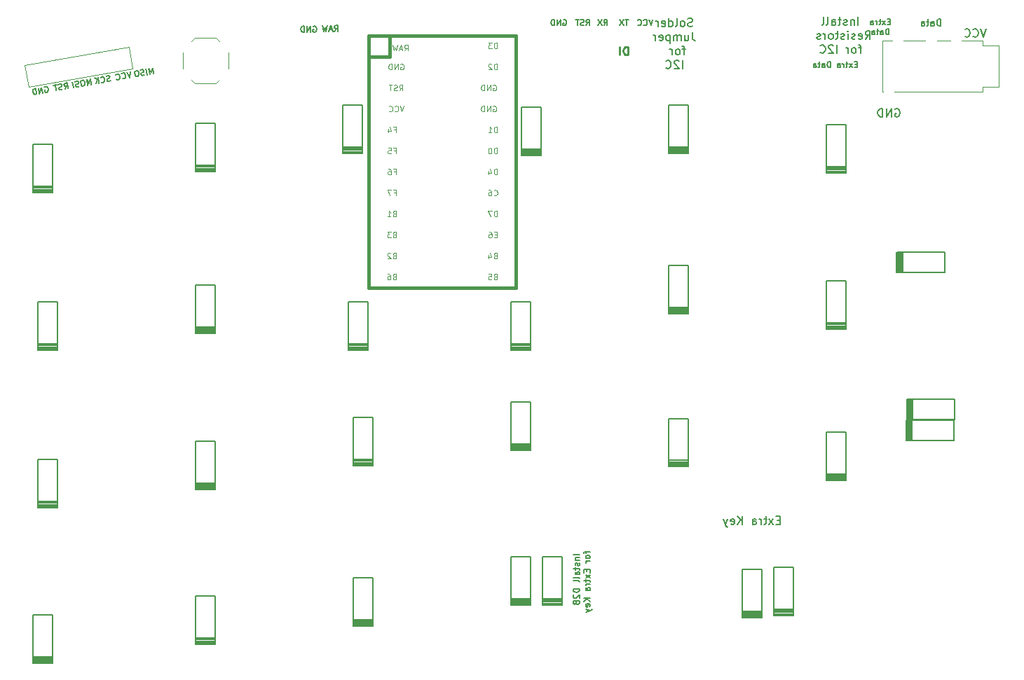
<source format=gbr>
G04 #@! TF.GenerationSoftware,KiCad,Pcbnew,(5.0.0)*
G04 #@! TF.CreationDate,2018-10-09T09:10:51-06:00*
G04 #@! TF.ProjectId,ErgoTravel,4572676F54726176656C2E6B69636164,rev?*
G04 #@! TF.SameCoordinates,Original*
G04 #@! TF.FileFunction,Legend,Bot*
G04 #@! TF.FilePolarity,Positive*
%FSLAX46Y46*%
G04 Gerber Fmt 4.6, Leading zero omitted, Abs format (unit mm)*
G04 Created by KiCad (PCBNEW (5.0.0)) date 10/09/18 09:10:51*
%MOMM*%
%LPD*%
G01*
G04 APERTURE LIST*
%ADD10C,0.150000*%
%ADD11C,0.200000*%
%ADD12C,0.250000*%
%ADD13C,0.120000*%
%ADD14C,0.381000*%
%ADD15C,0.100000*%
G04 APERTURE END LIST*
D10*
X128593333Y-48266666D02*
X128826666Y-47933333D01*
X128993333Y-48266666D02*
X128993333Y-47566666D01*
X128726666Y-47566666D01*
X128660000Y-47600000D01*
X128626666Y-47633333D01*
X128593333Y-47700000D01*
X128593333Y-47800000D01*
X128626666Y-47866666D01*
X128660000Y-47900000D01*
X128726666Y-47933333D01*
X128993333Y-47933333D01*
X128326666Y-48066666D02*
X127993333Y-48066666D01*
X128393333Y-48266666D02*
X128160000Y-47566666D01*
X127926666Y-48266666D01*
X127760000Y-47566666D02*
X127593333Y-48266666D01*
X127460000Y-47766666D01*
X127326666Y-48266666D01*
X127160000Y-47566666D01*
X126033333Y-47690000D02*
X126100000Y-47656666D01*
X126200000Y-47656666D01*
X126300000Y-47690000D01*
X126366666Y-47756666D01*
X126400000Y-47823333D01*
X126433333Y-47956666D01*
X126433333Y-48056666D01*
X126400000Y-48190000D01*
X126366666Y-48256666D01*
X126300000Y-48323333D01*
X126200000Y-48356666D01*
X126133333Y-48356666D01*
X126033333Y-48323333D01*
X126000000Y-48290000D01*
X126000000Y-48056666D01*
X126133333Y-48056666D01*
X125700000Y-48356666D02*
X125700000Y-47656666D01*
X125300000Y-48356666D01*
X125300000Y-47656666D01*
X124966666Y-48356666D02*
X124966666Y-47656666D01*
X124800000Y-47656666D01*
X124700000Y-47690000D01*
X124633333Y-47756666D01*
X124600000Y-47823333D01*
X124566666Y-47956666D01*
X124566666Y-48056666D01*
X124600000Y-48190000D01*
X124633333Y-48256666D01*
X124700000Y-48323333D01*
X124800000Y-48356666D01*
X124966666Y-48356666D01*
X158197785Y-111558000D02*
X157447785Y-111558000D01*
X157697785Y-111915142D02*
X158197785Y-111915142D01*
X157769214Y-111915142D02*
X157733500Y-111950857D01*
X157697785Y-112022285D01*
X157697785Y-112129428D01*
X157733500Y-112200857D01*
X157804928Y-112236571D01*
X158197785Y-112236571D01*
X158162071Y-112558000D02*
X158197785Y-112629428D01*
X158197785Y-112772285D01*
X158162071Y-112843714D01*
X158090642Y-112879428D01*
X158054928Y-112879428D01*
X157983500Y-112843714D01*
X157947785Y-112772285D01*
X157947785Y-112665142D01*
X157912071Y-112593714D01*
X157840642Y-112558000D01*
X157804928Y-112558000D01*
X157733500Y-112593714D01*
X157697785Y-112665142D01*
X157697785Y-112772285D01*
X157733500Y-112843714D01*
X157697785Y-113093714D02*
X157697785Y-113379428D01*
X157447785Y-113200857D02*
X158090642Y-113200857D01*
X158162071Y-113236571D01*
X158197785Y-113308000D01*
X158197785Y-113379428D01*
X158197785Y-113950857D02*
X157804928Y-113950857D01*
X157733500Y-113915142D01*
X157697785Y-113843714D01*
X157697785Y-113700857D01*
X157733500Y-113629428D01*
X158162071Y-113950857D02*
X158197785Y-113879428D01*
X158197785Y-113700857D01*
X158162071Y-113629428D01*
X158090642Y-113593714D01*
X158019214Y-113593714D01*
X157947785Y-113629428D01*
X157912071Y-113700857D01*
X157912071Y-113879428D01*
X157876357Y-113950857D01*
X158197785Y-114415142D02*
X158162071Y-114343714D01*
X158090642Y-114308000D01*
X157447785Y-114308000D01*
X158197785Y-114808000D02*
X158162071Y-114736571D01*
X158090642Y-114700857D01*
X157447785Y-114700857D01*
X158197785Y-115665142D02*
X157447785Y-115665142D01*
X157447785Y-115843714D01*
X157483500Y-115950857D01*
X157554928Y-116022285D01*
X157626357Y-116058000D01*
X157769214Y-116093714D01*
X157876357Y-116093714D01*
X158019214Y-116058000D01*
X158090642Y-116022285D01*
X158162071Y-115950857D01*
X158197785Y-115843714D01*
X158197785Y-115665142D01*
X157519214Y-116379428D02*
X157483500Y-116415142D01*
X157447785Y-116486571D01*
X157447785Y-116665142D01*
X157483500Y-116736571D01*
X157519214Y-116772285D01*
X157590642Y-116808000D01*
X157662071Y-116808000D01*
X157769214Y-116772285D01*
X158197785Y-116343714D01*
X158197785Y-116808000D01*
X157769214Y-117236571D02*
X157733500Y-117165142D01*
X157697785Y-117129428D01*
X157626357Y-117093714D01*
X157590642Y-117093714D01*
X157519214Y-117129428D01*
X157483500Y-117165142D01*
X157447785Y-117236571D01*
X157447785Y-117379428D01*
X157483500Y-117450857D01*
X157519214Y-117486571D01*
X157590642Y-117522285D01*
X157626357Y-117522285D01*
X157697785Y-117486571D01*
X157733500Y-117450857D01*
X157769214Y-117379428D01*
X157769214Y-117236571D01*
X157804928Y-117165142D01*
X157840642Y-117129428D01*
X157912071Y-117093714D01*
X158054928Y-117093714D01*
X158126357Y-117129428D01*
X158162071Y-117165142D01*
X158197785Y-117236571D01*
X158197785Y-117379428D01*
X158162071Y-117450857D01*
X158126357Y-117486571D01*
X158054928Y-117522285D01*
X157912071Y-117522285D01*
X157840642Y-117486571D01*
X157804928Y-117450857D01*
X157769214Y-117379428D01*
X158972785Y-111111571D02*
X158972785Y-111397285D01*
X159472785Y-111218714D02*
X158829928Y-111218714D01*
X158758500Y-111254428D01*
X158722785Y-111325857D01*
X158722785Y-111397285D01*
X159472785Y-111754428D02*
X159437071Y-111683000D01*
X159401357Y-111647285D01*
X159329928Y-111611571D01*
X159115642Y-111611571D01*
X159044214Y-111647285D01*
X159008500Y-111683000D01*
X158972785Y-111754428D01*
X158972785Y-111861571D01*
X159008500Y-111933000D01*
X159044214Y-111968714D01*
X159115642Y-112004428D01*
X159329928Y-112004428D01*
X159401357Y-111968714D01*
X159437071Y-111933000D01*
X159472785Y-111861571D01*
X159472785Y-111754428D01*
X159472785Y-112325857D02*
X158972785Y-112325857D01*
X159115642Y-112325857D02*
X159044214Y-112361571D01*
X159008500Y-112397285D01*
X158972785Y-112468714D01*
X158972785Y-112540142D01*
X159079928Y-113361571D02*
X159079928Y-113611571D01*
X159472785Y-113718714D02*
X159472785Y-113361571D01*
X158722785Y-113361571D01*
X158722785Y-113718714D01*
X159472785Y-113968714D02*
X158972785Y-114361571D01*
X158972785Y-113968714D02*
X159472785Y-114361571D01*
X158972785Y-114540142D02*
X158972785Y-114825857D01*
X158722785Y-114647285D02*
X159365642Y-114647285D01*
X159437071Y-114683000D01*
X159472785Y-114754428D01*
X159472785Y-114825857D01*
X159472785Y-115075857D02*
X158972785Y-115075857D01*
X159115642Y-115075857D02*
X159044214Y-115111571D01*
X159008500Y-115147285D01*
X158972785Y-115218714D01*
X158972785Y-115290142D01*
X159472785Y-115861571D02*
X159079928Y-115861571D01*
X159008500Y-115825857D01*
X158972785Y-115754428D01*
X158972785Y-115611571D01*
X159008500Y-115540142D01*
X159437071Y-115861571D02*
X159472785Y-115790142D01*
X159472785Y-115611571D01*
X159437071Y-115540142D01*
X159365642Y-115504428D01*
X159294214Y-115504428D01*
X159222785Y-115540142D01*
X159187071Y-115611571D01*
X159187071Y-115790142D01*
X159151357Y-115861571D01*
X159472785Y-116790142D02*
X158722785Y-116790142D01*
X159472785Y-117218714D02*
X159044214Y-116897285D01*
X158722785Y-117218714D02*
X159151357Y-116790142D01*
X159437071Y-117825857D02*
X159472785Y-117754428D01*
X159472785Y-117611571D01*
X159437071Y-117540142D01*
X159365642Y-117504428D01*
X159079928Y-117504428D01*
X159008500Y-117540142D01*
X158972785Y-117611571D01*
X158972785Y-117754428D01*
X159008500Y-117825857D01*
X159079928Y-117861571D01*
X159151357Y-117861571D01*
X159222785Y-117504428D01*
X158972785Y-118111571D02*
X159472785Y-118290142D01*
X158972785Y-118468714D02*
X159472785Y-118290142D01*
X159651357Y-118218714D01*
X159687071Y-118183000D01*
X159722785Y-118111571D01*
D11*
X182427142Y-107370571D02*
X182093809Y-107370571D01*
X181950952Y-107894380D02*
X182427142Y-107894380D01*
X182427142Y-106894380D01*
X181950952Y-106894380D01*
X181617619Y-107894380D02*
X181093809Y-107227714D01*
X181617619Y-107227714D02*
X181093809Y-107894380D01*
X180855714Y-107227714D02*
X180474761Y-107227714D01*
X180712857Y-106894380D02*
X180712857Y-107751523D01*
X180665238Y-107846761D01*
X180570000Y-107894380D01*
X180474761Y-107894380D01*
X180141428Y-107894380D02*
X180141428Y-107227714D01*
X180141428Y-107418190D02*
X180093809Y-107322952D01*
X180046190Y-107275333D01*
X179950952Y-107227714D01*
X179855714Y-107227714D01*
X179093809Y-107894380D02*
X179093809Y-107370571D01*
X179141428Y-107275333D01*
X179236666Y-107227714D01*
X179427142Y-107227714D01*
X179522380Y-107275333D01*
X179093809Y-107846761D02*
X179189047Y-107894380D01*
X179427142Y-107894380D01*
X179522380Y-107846761D01*
X179570000Y-107751523D01*
X179570000Y-107656285D01*
X179522380Y-107561047D01*
X179427142Y-107513428D01*
X179189047Y-107513428D01*
X179093809Y-107465809D01*
X177855714Y-107894380D02*
X177855714Y-106894380D01*
X177284285Y-107894380D02*
X177712857Y-107322952D01*
X177284285Y-106894380D02*
X177855714Y-107465809D01*
X176474761Y-107846761D02*
X176570000Y-107894380D01*
X176760476Y-107894380D01*
X176855714Y-107846761D01*
X176903333Y-107751523D01*
X176903333Y-107370571D01*
X176855714Y-107275333D01*
X176760476Y-107227714D01*
X176570000Y-107227714D01*
X176474761Y-107275333D01*
X176427142Y-107370571D01*
X176427142Y-107465809D01*
X176903333Y-107561047D01*
X176093809Y-107227714D02*
X175855714Y-107894380D01*
X175617619Y-107227714D02*
X175855714Y-107894380D01*
X175950952Y-108132476D01*
X175998571Y-108180095D01*
X176093809Y-108227714D01*
D10*
X195730666Y-47102000D02*
X195497333Y-47102000D01*
X195397333Y-47468666D02*
X195730666Y-47468666D01*
X195730666Y-46768666D01*
X195397333Y-46768666D01*
X195164000Y-47468666D02*
X194797333Y-47002000D01*
X195164000Y-47002000D02*
X194797333Y-47468666D01*
X194630666Y-47002000D02*
X194364000Y-47002000D01*
X194530666Y-46768666D02*
X194530666Y-47368666D01*
X194497333Y-47435333D01*
X194430666Y-47468666D01*
X194364000Y-47468666D01*
X194130666Y-47468666D02*
X194130666Y-47002000D01*
X194130666Y-47135333D02*
X194097333Y-47068666D01*
X194064000Y-47035333D01*
X193997333Y-47002000D01*
X193930666Y-47002000D01*
X193397333Y-47468666D02*
X193397333Y-47102000D01*
X193430666Y-47035333D01*
X193497333Y-47002000D01*
X193630666Y-47002000D01*
X193697333Y-47035333D01*
X193397333Y-47435333D02*
X193464000Y-47468666D01*
X193630666Y-47468666D01*
X193697333Y-47435333D01*
X193730666Y-47368666D01*
X193730666Y-47302000D01*
X193697333Y-47235333D01*
X193630666Y-47202000D01*
X193464000Y-47202000D01*
X193397333Y-47168666D01*
X195580666Y-48668666D02*
X195580666Y-47968666D01*
X195414000Y-47968666D01*
X195314000Y-48002000D01*
X195247333Y-48068666D01*
X195214000Y-48135333D01*
X195180666Y-48268666D01*
X195180666Y-48368666D01*
X195214000Y-48502000D01*
X195247333Y-48568666D01*
X195314000Y-48635333D01*
X195414000Y-48668666D01*
X195580666Y-48668666D01*
X194580666Y-48668666D02*
X194580666Y-48302000D01*
X194614000Y-48235333D01*
X194680666Y-48202000D01*
X194814000Y-48202000D01*
X194880666Y-48235333D01*
X194580666Y-48635333D02*
X194647333Y-48668666D01*
X194814000Y-48668666D01*
X194880666Y-48635333D01*
X194914000Y-48568666D01*
X194914000Y-48502000D01*
X194880666Y-48435333D01*
X194814000Y-48402000D01*
X194647333Y-48402000D01*
X194580666Y-48368666D01*
X194347333Y-48202000D02*
X194080666Y-48202000D01*
X194247333Y-47968666D02*
X194247333Y-48568666D01*
X194214000Y-48635333D01*
X194147333Y-48668666D01*
X194080666Y-48668666D01*
X193547333Y-48668666D02*
X193547333Y-48302000D01*
X193580666Y-48235333D01*
X193647333Y-48202000D01*
X193780666Y-48202000D01*
X193847333Y-48235333D01*
X193547333Y-48635333D02*
X193614000Y-48668666D01*
X193780666Y-48668666D01*
X193847333Y-48635333D01*
X193880666Y-48568666D01*
X193880666Y-48502000D01*
X193847333Y-48435333D01*
X193780666Y-48402000D01*
X193614000Y-48402000D01*
X193547333Y-48368666D01*
X201821904Y-47605904D02*
X201821904Y-46805904D01*
X201631428Y-46805904D01*
X201517142Y-46844000D01*
X201440952Y-46920190D01*
X201402857Y-46996380D01*
X201364761Y-47148761D01*
X201364761Y-47263047D01*
X201402857Y-47415428D01*
X201440952Y-47491619D01*
X201517142Y-47567809D01*
X201631428Y-47605904D01*
X201821904Y-47605904D01*
X200679047Y-47605904D02*
X200679047Y-47186857D01*
X200717142Y-47110666D01*
X200793333Y-47072571D01*
X200945714Y-47072571D01*
X201021904Y-47110666D01*
X200679047Y-47567809D02*
X200755238Y-47605904D01*
X200945714Y-47605904D01*
X201021904Y-47567809D01*
X201060000Y-47491619D01*
X201060000Y-47415428D01*
X201021904Y-47339238D01*
X200945714Y-47301142D01*
X200755238Y-47301142D01*
X200679047Y-47263047D01*
X200412380Y-47072571D02*
X200107619Y-47072571D01*
X200298095Y-46805904D02*
X200298095Y-47491619D01*
X200260000Y-47567809D01*
X200183809Y-47605904D01*
X200107619Y-47605904D01*
X199498095Y-47605904D02*
X199498095Y-47186857D01*
X199536190Y-47110666D01*
X199612380Y-47072571D01*
X199764761Y-47072571D01*
X199840952Y-47110666D01*
X199498095Y-47567809D02*
X199574285Y-47605904D01*
X199764761Y-47605904D01*
X199840952Y-47567809D01*
X199879047Y-47491619D01*
X199879047Y-47415428D01*
X199840952Y-47339238D01*
X199764761Y-47301142D01*
X199574285Y-47301142D01*
X199498095Y-47263047D01*
D11*
X207327333Y-47966380D02*
X206994000Y-48966380D01*
X206660666Y-47966380D01*
X205755904Y-48871142D02*
X205803523Y-48918761D01*
X205946380Y-48966380D01*
X206041619Y-48966380D01*
X206184476Y-48918761D01*
X206279714Y-48823523D01*
X206327333Y-48728285D01*
X206374952Y-48537809D01*
X206374952Y-48394952D01*
X206327333Y-48204476D01*
X206279714Y-48109238D01*
X206184476Y-48014000D01*
X206041619Y-47966380D01*
X205946380Y-47966380D01*
X205803523Y-48014000D01*
X205755904Y-48061619D01*
X204755904Y-48871142D02*
X204803523Y-48918761D01*
X204946380Y-48966380D01*
X205041619Y-48966380D01*
X205184476Y-48918761D01*
X205279714Y-48823523D01*
X205327333Y-48728285D01*
X205374952Y-48537809D01*
X205374952Y-48394952D01*
X205327333Y-48204476D01*
X205279714Y-48109238D01*
X205184476Y-48014000D01*
X205041619Y-47966380D01*
X204946380Y-47966380D01*
X204803523Y-48014000D01*
X204755904Y-48061619D01*
X196341904Y-57666000D02*
X196437142Y-57618380D01*
X196580000Y-57618380D01*
X196722857Y-57666000D01*
X196818095Y-57761238D01*
X196865714Y-57856476D01*
X196913333Y-58046952D01*
X196913333Y-58189809D01*
X196865714Y-58380285D01*
X196818095Y-58475523D01*
X196722857Y-58570761D01*
X196580000Y-58618380D01*
X196484761Y-58618380D01*
X196341904Y-58570761D01*
X196294285Y-58523142D01*
X196294285Y-58189809D01*
X196484761Y-58189809D01*
X195865714Y-58618380D02*
X195865714Y-57618380D01*
X195294285Y-58618380D01*
X195294285Y-57618380D01*
X194818095Y-58618380D02*
X194818095Y-57618380D01*
X194580000Y-57618380D01*
X194437142Y-57666000D01*
X194341904Y-57761238D01*
X194294285Y-57856476D01*
X194246666Y-58046952D01*
X194246666Y-58189809D01*
X194294285Y-58380285D01*
X194341904Y-58475523D01*
X194437142Y-58570761D01*
X194580000Y-58618380D01*
X194818095Y-58618380D01*
D10*
X164109333Y-46860666D02*
X163709333Y-46860666D01*
X163909333Y-47560666D02*
X163909333Y-46860666D01*
X163542666Y-46860666D02*
X163076000Y-47560666D01*
X163076000Y-46860666D02*
X163542666Y-47560666D01*
X161152666Y-47560666D02*
X161386000Y-47227333D01*
X161552666Y-47560666D02*
X161552666Y-46860666D01*
X161286000Y-46860666D01*
X161219333Y-46894000D01*
X161186000Y-46927333D01*
X161152666Y-46994000D01*
X161152666Y-47094000D01*
X161186000Y-47160666D01*
X161219333Y-47194000D01*
X161286000Y-47227333D01*
X161552666Y-47227333D01*
X160919333Y-46860666D02*
X160452666Y-47560666D01*
X160452666Y-46860666D02*
X160919333Y-47560666D01*
X159006333Y-47560666D02*
X159239666Y-47227333D01*
X159406333Y-47560666D02*
X159406333Y-46860666D01*
X159139666Y-46860666D01*
X159073000Y-46894000D01*
X159039666Y-46927333D01*
X159006333Y-46994000D01*
X159006333Y-47094000D01*
X159039666Y-47160666D01*
X159073000Y-47194000D01*
X159139666Y-47227333D01*
X159406333Y-47227333D01*
X158739666Y-47527333D02*
X158639666Y-47560666D01*
X158473000Y-47560666D01*
X158406333Y-47527333D01*
X158373000Y-47494000D01*
X158339666Y-47427333D01*
X158339666Y-47360666D01*
X158373000Y-47294000D01*
X158406333Y-47260666D01*
X158473000Y-47227333D01*
X158606333Y-47194000D01*
X158673000Y-47160666D01*
X158706333Y-47127333D01*
X158739666Y-47060666D01*
X158739666Y-46994000D01*
X158706333Y-46927333D01*
X158673000Y-46894000D01*
X158606333Y-46860666D01*
X158439666Y-46860666D01*
X158339666Y-46894000D01*
X158139666Y-46860666D02*
X157739666Y-46860666D01*
X157939666Y-47560666D02*
X157939666Y-46860666D01*
D11*
X171862476Y-47638761D02*
X171719619Y-47686380D01*
X171481523Y-47686380D01*
X171386285Y-47638761D01*
X171338666Y-47591142D01*
X171291047Y-47495904D01*
X171291047Y-47400666D01*
X171338666Y-47305428D01*
X171386285Y-47257809D01*
X171481523Y-47210190D01*
X171672000Y-47162571D01*
X171767238Y-47114952D01*
X171814857Y-47067333D01*
X171862476Y-46972095D01*
X171862476Y-46876857D01*
X171814857Y-46781619D01*
X171767238Y-46734000D01*
X171672000Y-46686380D01*
X171433904Y-46686380D01*
X171291047Y-46734000D01*
X170719619Y-47686380D02*
X170814857Y-47638761D01*
X170862476Y-47591142D01*
X170910095Y-47495904D01*
X170910095Y-47210190D01*
X170862476Y-47114952D01*
X170814857Y-47067333D01*
X170719619Y-47019714D01*
X170576761Y-47019714D01*
X170481523Y-47067333D01*
X170433904Y-47114952D01*
X170386285Y-47210190D01*
X170386285Y-47495904D01*
X170433904Y-47591142D01*
X170481523Y-47638761D01*
X170576761Y-47686380D01*
X170719619Y-47686380D01*
X169814857Y-47686380D02*
X169910095Y-47638761D01*
X169957714Y-47543523D01*
X169957714Y-46686380D01*
X169005333Y-47686380D02*
X169005333Y-46686380D01*
X169005333Y-47638761D02*
X169100571Y-47686380D01*
X169291047Y-47686380D01*
X169386285Y-47638761D01*
X169433904Y-47591142D01*
X169481523Y-47495904D01*
X169481523Y-47210190D01*
X169433904Y-47114952D01*
X169386285Y-47067333D01*
X169291047Y-47019714D01*
X169100571Y-47019714D01*
X169005333Y-47067333D01*
X168148190Y-47638761D02*
X168243428Y-47686380D01*
X168433904Y-47686380D01*
X168529142Y-47638761D01*
X168576761Y-47543523D01*
X168576761Y-47162571D01*
X168529142Y-47067333D01*
X168433904Y-47019714D01*
X168243428Y-47019714D01*
X168148190Y-47067333D01*
X168100571Y-47162571D01*
X168100571Y-47257809D01*
X168576761Y-47353047D01*
X167672000Y-47686380D02*
X167672000Y-47019714D01*
X167672000Y-47210190D02*
X167624380Y-47114952D01*
X167576761Y-47067333D01*
X167481523Y-47019714D01*
X167386285Y-47019714D01*
X171838666Y-48386380D02*
X171838666Y-49100666D01*
X171886285Y-49243523D01*
X171981523Y-49338761D01*
X172124380Y-49386380D01*
X172219619Y-49386380D01*
X170933904Y-48719714D02*
X170933904Y-49386380D01*
X171362476Y-48719714D02*
X171362476Y-49243523D01*
X171314857Y-49338761D01*
X171219619Y-49386380D01*
X171076761Y-49386380D01*
X170981523Y-49338761D01*
X170933904Y-49291142D01*
X170457714Y-49386380D02*
X170457714Y-48719714D01*
X170457714Y-48814952D02*
X170410095Y-48767333D01*
X170314857Y-48719714D01*
X170172000Y-48719714D01*
X170076761Y-48767333D01*
X170029142Y-48862571D01*
X170029142Y-49386380D01*
X170029142Y-48862571D02*
X169981523Y-48767333D01*
X169886285Y-48719714D01*
X169743428Y-48719714D01*
X169648190Y-48767333D01*
X169600571Y-48862571D01*
X169600571Y-49386380D01*
X169124380Y-48719714D02*
X169124380Y-49719714D01*
X169124380Y-48767333D02*
X169029142Y-48719714D01*
X168838666Y-48719714D01*
X168743428Y-48767333D01*
X168695809Y-48814952D01*
X168648190Y-48910190D01*
X168648190Y-49195904D01*
X168695809Y-49291142D01*
X168743428Y-49338761D01*
X168838666Y-49386380D01*
X169029142Y-49386380D01*
X169124380Y-49338761D01*
X167838666Y-49338761D02*
X167933904Y-49386380D01*
X168124380Y-49386380D01*
X168219619Y-49338761D01*
X168267238Y-49243523D01*
X168267238Y-48862571D01*
X168219619Y-48767333D01*
X168124380Y-48719714D01*
X167933904Y-48719714D01*
X167838666Y-48767333D01*
X167791047Y-48862571D01*
X167791047Y-48957809D01*
X168267238Y-49053047D01*
X167362476Y-49386380D02*
X167362476Y-48719714D01*
X167362476Y-48910190D02*
X167314857Y-48814952D01*
X167267238Y-48767333D01*
X167172000Y-48719714D01*
X167076761Y-48719714D01*
X171005333Y-50419714D02*
X170624380Y-50419714D01*
X170862476Y-51086380D02*
X170862476Y-50229238D01*
X170814857Y-50134000D01*
X170719619Y-50086380D01*
X170624380Y-50086380D01*
X170148190Y-51086380D02*
X170243428Y-51038761D01*
X170291047Y-50991142D01*
X170338666Y-50895904D01*
X170338666Y-50610190D01*
X170291047Y-50514952D01*
X170243428Y-50467333D01*
X170148190Y-50419714D01*
X170005333Y-50419714D01*
X169910095Y-50467333D01*
X169862476Y-50514952D01*
X169814857Y-50610190D01*
X169814857Y-50895904D01*
X169862476Y-50991142D01*
X169910095Y-51038761D01*
X170005333Y-51086380D01*
X170148190Y-51086380D01*
X169386285Y-51086380D02*
X169386285Y-50419714D01*
X169386285Y-50610190D02*
X169338666Y-50514952D01*
X169291047Y-50467333D01*
X169195809Y-50419714D01*
X169100571Y-50419714D01*
X170648190Y-52786380D02*
X170648190Y-51786380D01*
X170219619Y-51881619D02*
X170172000Y-51834000D01*
X170076761Y-51786380D01*
X169838666Y-51786380D01*
X169743428Y-51834000D01*
X169695809Y-51881619D01*
X169648190Y-51976857D01*
X169648190Y-52072095D01*
X169695809Y-52214952D01*
X170267238Y-52786380D01*
X169648190Y-52786380D01*
X168648190Y-52691142D02*
X168695809Y-52738761D01*
X168838666Y-52786380D01*
X168933904Y-52786380D01*
X169076761Y-52738761D01*
X169172000Y-52643523D01*
X169219619Y-52548285D01*
X169267238Y-52357809D01*
X169267238Y-52214952D01*
X169219619Y-52024476D01*
X169172000Y-51929238D01*
X169076761Y-51834000D01*
X168933904Y-51786380D01*
X168838666Y-51786380D01*
X168695809Y-51834000D01*
X168648190Y-51881619D01*
X191857047Y-47520380D02*
X191857047Y-46520380D01*
X191380857Y-46853714D02*
X191380857Y-47520380D01*
X191380857Y-46948952D02*
X191333238Y-46901333D01*
X191238000Y-46853714D01*
X191095142Y-46853714D01*
X190999904Y-46901333D01*
X190952285Y-46996571D01*
X190952285Y-47520380D01*
X190523714Y-47472761D02*
X190428476Y-47520380D01*
X190238000Y-47520380D01*
X190142761Y-47472761D01*
X190095142Y-47377523D01*
X190095142Y-47329904D01*
X190142761Y-47234666D01*
X190238000Y-47187047D01*
X190380857Y-47187047D01*
X190476095Y-47139428D01*
X190523714Y-47044190D01*
X190523714Y-46996571D01*
X190476095Y-46901333D01*
X190380857Y-46853714D01*
X190238000Y-46853714D01*
X190142761Y-46901333D01*
X189809428Y-46853714D02*
X189428476Y-46853714D01*
X189666571Y-46520380D02*
X189666571Y-47377523D01*
X189618952Y-47472761D01*
X189523714Y-47520380D01*
X189428476Y-47520380D01*
X188666571Y-47520380D02*
X188666571Y-46996571D01*
X188714190Y-46901333D01*
X188809428Y-46853714D01*
X188999904Y-46853714D01*
X189095142Y-46901333D01*
X188666571Y-47472761D02*
X188761809Y-47520380D01*
X188999904Y-47520380D01*
X189095142Y-47472761D01*
X189142761Y-47377523D01*
X189142761Y-47282285D01*
X189095142Y-47187047D01*
X188999904Y-47139428D01*
X188761809Y-47139428D01*
X188666571Y-47091809D01*
X188047523Y-47520380D02*
X188142761Y-47472761D01*
X188190380Y-47377523D01*
X188190380Y-46520380D01*
X187523714Y-47520380D02*
X187618952Y-47472761D01*
X187666571Y-47377523D01*
X187666571Y-46520380D01*
X192738000Y-49220380D02*
X193071333Y-48744190D01*
X193309428Y-49220380D02*
X193309428Y-48220380D01*
X192928476Y-48220380D01*
X192833238Y-48268000D01*
X192785619Y-48315619D01*
X192738000Y-48410857D01*
X192738000Y-48553714D01*
X192785619Y-48648952D01*
X192833238Y-48696571D01*
X192928476Y-48744190D01*
X193309428Y-48744190D01*
X191928476Y-49172761D02*
X192023714Y-49220380D01*
X192214190Y-49220380D01*
X192309428Y-49172761D01*
X192357047Y-49077523D01*
X192357047Y-48696571D01*
X192309428Y-48601333D01*
X192214190Y-48553714D01*
X192023714Y-48553714D01*
X191928476Y-48601333D01*
X191880857Y-48696571D01*
X191880857Y-48791809D01*
X192357047Y-48887047D01*
X191499904Y-49172761D02*
X191404666Y-49220380D01*
X191214190Y-49220380D01*
X191118952Y-49172761D01*
X191071333Y-49077523D01*
X191071333Y-49029904D01*
X191118952Y-48934666D01*
X191214190Y-48887047D01*
X191357047Y-48887047D01*
X191452285Y-48839428D01*
X191499904Y-48744190D01*
X191499904Y-48696571D01*
X191452285Y-48601333D01*
X191357047Y-48553714D01*
X191214190Y-48553714D01*
X191118952Y-48601333D01*
X190642761Y-49220380D02*
X190642761Y-48553714D01*
X190642761Y-48220380D02*
X190690380Y-48268000D01*
X190642761Y-48315619D01*
X190595142Y-48268000D01*
X190642761Y-48220380D01*
X190642761Y-48315619D01*
X190214190Y-49172761D02*
X190118952Y-49220380D01*
X189928476Y-49220380D01*
X189833238Y-49172761D01*
X189785619Y-49077523D01*
X189785619Y-49029904D01*
X189833238Y-48934666D01*
X189928476Y-48887047D01*
X190071333Y-48887047D01*
X190166571Y-48839428D01*
X190214190Y-48744190D01*
X190214190Y-48696571D01*
X190166571Y-48601333D01*
X190071333Y-48553714D01*
X189928476Y-48553714D01*
X189833238Y-48601333D01*
X189499904Y-48553714D02*
X189118952Y-48553714D01*
X189357047Y-48220380D02*
X189357047Y-49077523D01*
X189309428Y-49172761D01*
X189214190Y-49220380D01*
X189118952Y-49220380D01*
X188642761Y-49220380D02*
X188738000Y-49172761D01*
X188785619Y-49125142D01*
X188833238Y-49029904D01*
X188833238Y-48744190D01*
X188785619Y-48648952D01*
X188738000Y-48601333D01*
X188642761Y-48553714D01*
X188499904Y-48553714D01*
X188404666Y-48601333D01*
X188357047Y-48648952D01*
X188309428Y-48744190D01*
X188309428Y-49029904D01*
X188357047Y-49125142D01*
X188404666Y-49172761D01*
X188499904Y-49220380D01*
X188642761Y-49220380D01*
X187880857Y-49220380D02*
X187880857Y-48553714D01*
X187880857Y-48744190D02*
X187833238Y-48648952D01*
X187785619Y-48601333D01*
X187690380Y-48553714D01*
X187595142Y-48553714D01*
X187309428Y-49172761D02*
X187214190Y-49220380D01*
X187023714Y-49220380D01*
X186928476Y-49172761D01*
X186880857Y-49077523D01*
X186880857Y-49029904D01*
X186928476Y-48934666D01*
X187023714Y-48887047D01*
X187166571Y-48887047D01*
X187261809Y-48839428D01*
X187309428Y-48744190D01*
X187309428Y-48696571D01*
X187261809Y-48601333D01*
X187166571Y-48553714D01*
X187023714Y-48553714D01*
X186928476Y-48601333D01*
X192285619Y-50253714D02*
X191904666Y-50253714D01*
X192142761Y-50920380D02*
X192142761Y-50063238D01*
X192095142Y-49968000D01*
X191999904Y-49920380D01*
X191904666Y-49920380D01*
X191428476Y-50920380D02*
X191523714Y-50872761D01*
X191571333Y-50825142D01*
X191618952Y-50729904D01*
X191618952Y-50444190D01*
X191571333Y-50348952D01*
X191523714Y-50301333D01*
X191428476Y-50253714D01*
X191285619Y-50253714D01*
X191190380Y-50301333D01*
X191142761Y-50348952D01*
X191095142Y-50444190D01*
X191095142Y-50729904D01*
X191142761Y-50825142D01*
X191190380Y-50872761D01*
X191285619Y-50920380D01*
X191428476Y-50920380D01*
X190666571Y-50920380D02*
X190666571Y-50253714D01*
X190666571Y-50444190D02*
X190618952Y-50348952D01*
X190571333Y-50301333D01*
X190476095Y-50253714D01*
X190380857Y-50253714D01*
X189285619Y-50920380D02*
X189285619Y-49920380D01*
X188857047Y-50015619D02*
X188809428Y-49968000D01*
X188714190Y-49920380D01*
X188476095Y-49920380D01*
X188380857Y-49968000D01*
X188333238Y-50015619D01*
X188285619Y-50110857D01*
X188285619Y-50206095D01*
X188333238Y-50348952D01*
X188904666Y-50920380D01*
X188285619Y-50920380D01*
X187285619Y-50825142D02*
X187333238Y-50872761D01*
X187476095Y-50920380D01*
X187571333Y-50920380D01*
X187714190Y-50872761D01*
X187809428Y-50777523D01*
X187857047Y-50682285D01*
X187904666Y-50491809D01*
X187904666Y-50348952D01*
X187857047Y-50158476D01*
X187809428Y-50063238D01*
X187714190Y-49968000D01*
X187571333Y-49920380D01*
X187476095Y-49920380D01*
X187333238Y-49968000D01*
X187285619Y-50015619D01*
D10*
X191719666Y-52274000D02*
X191486333Y-52274000D01*
X191386333Y-52640666D02*
X191719666Y-52640666D01*
X191719666Y-51940666D01*
X191386333Y-51940666D01*
X191153000Y-52640666D02*
X190786333Y-52174000D01*
X191153000Y-52174000D02*
X190786333Y-52640666D01*
X190619666Y-52174000D02*
X190353000Y-52174000D01*
X190519666Y-51940666D02*
X190519666Y-52540666D01*
X190486333Y-52607333D01*
X190419666Y-52640666D01*
X190353000Y-52640666D01*
X190119666Y-52640666D02*
X190119666Y-52174000D01*
X190119666Y-52307333D02*
X190086333Y-52240666D01*
X190053000Y-52207333D01*
X189986333Y-52174000D01*
X189919666Y-52174000D01*
X189386333Y-52640666D02*
X189386333Y-52274000D01*
X189419666Y-52207333D01*
X189486333Y-52174000D01*
X189619666Y-52174000D01*
X189686333Y-52207333D01*
X189386333Y-52607333D02*
X189453000Y-52640666D01*
X189619666Y-52640666D01*
X189686333Y-52607333D01*
X189719666Y-52540666D01*
X189719666Y-52474000D01*
X189686333Y-52407333D01*
X189619666Y-52374000D01*
X189453000Y-52374000D01*
X189386333Y-52340666D01*
X188519666Y-52640666D02*
X188519666Y-51940666D01*
X188353000Y-51940666D01*
X188253000Y-51974000D01*
X188186333Y-52040666D01*
X188153000Y-52107333D01*
X188119666Y-52240666D01*
X188119666Y-52340666D01*
X188153000Y-52474000D01*
X188186333Y-52540666D01*
X188253000Y-52607333D01*
X188353000Y-52640666D01*
X188519666Y-52640666D01*
X187519666Y-52640666D02*
X187519666Y-52274000D01*
X187553000Y-52207333D01*
X187619666Y-52174000D01*
X187753000Y-52174000D01*
X187819666Y-52207333D01*
X187519666Y-52607333D02*
X187586333Y-52640666D01*
X187753000Y-52640666D01*
X187819666Y-52607333D01*
X187853000Y-52540666D01*
X187853000Y-52474000D01*
X187819666Y-52407333D01*
X187753000Y-52374000D01*
X187586333Y-52374000D01*
X187519666Y-52340666D01*
X187286333Y-52174000D02*
X187019666Y-52174000D01*
X187186333Y-51940666D02*
X187186333Y-52540666D01*
X187153000Y-52607333D01*
X187086333Y-52640666D01*
X187019666Y-52640666D01*
X186486333Y-52640666D02*
X186486333Y-52274000D01*
X186519666Y-52207333D01*
X186586333Y-52174000D01*
X186719666Y-52174000D01*
X186786333Y-52207333D01*
X186486333Y-52607333D02*
X186553000Y-52640666D01*
X186719666Y-52640666D01*
X186786333Y-52607333D01*
X186819666Y-52540666D01*
X186819666Y-52474000D01*
X186786333Y-52407333D01*
X186719666Y-52374000D01*
X186553000Y-52374000D01*
X186486333Y-52340666D01*
X156235333Y-46894000D02*
X156302000Y-46860666D01*
X156402000Y-46860666D01*
X156502000Y-46894000D01*
X156568666Y-46960666D01*
X156602000Y-47027333D01*
X156635333Y-47160666D01*
X156635333Y-47260666D01*
X156602000Y-47394000D01*
X156568666Y-47460666D01*
X156502000Y-47527333D01*
X156402000Y-47560666D01*
X156335333Y-47560666D01*
X156235333Y-47527333D01*
X156202000Y-47494000D01*
X156202000Y-47260666D01*
X156335333Y-47260666D01*
X155902000Y-47560666D02*
X155902000Y-46860666D01*
X155502000Y-47560666D01*
X155502000Y-46860666D01*
X155168666Y-47560666D02*
X155168666Y-46860666D01*
X155002000Y-46860666D01*
X154902000Y-46894000D01*
X154835333Y-46960666D01*
X154802000Y-47027333D01*
X154768666Y-47160666D01*
X154768666Y-47260666D01*
X154802000Y-47394000D01*
X154835333Y-47460666D01*
X154902000Y-47527333D01*
X155002000Y-47560666D01*
X155168666Y-47560666D01*
X167049333Y-46860666D02*
X166816000Y-47560666D01*
X166582666Y-46860666D01*
X165949333Y-47494000D02*
X165982666Y-47527333D01*
X166082666Y-47560666D01*
X166149333Y-47560666D01*
X166249333Y-47527333D01*
X166316000Y-47460666D01*
X166349333Y-47394000D01*
X166382666Y-47260666D01*
X166382666Y-47160666D01*
X166349333Y-47027333D01*
X166316000Y-46960666D01*
X166249333Y-46894000D01*
X166149333Y-46860666D01*
X166082666Y-46860666D01*
X165982666Y-46894000D01*
X165949333Y-46927333D01*
X165249333Y-47494000D02*
X165282666Y-47527333D01*
X165382666Y-47560666D01*
X165449333Y-47560666D01*
X165549333Y-47527333D01*
X165616000Y-47460666D01*
X165649333Y-47394000D01*
X165682666Y-47260666D01*
X165682666Y-47160666D01*
X165649333Y-47027333D01*
X165616000Y-46960666D01*
X165549333Y-46894000D01*
X165449333Y-46860666D01*
X165382666Y-46860666D01*
X165282666Y-46894000D01*
X165249333Y-46927333D01*
D12*
X164076000Y-51125380D02*
X164076000Y-50125380D01*
X163837904Y-50125380D01*
X163695047Y-50173000D01*
X163599809Y-50268238D01*
X163552190Y-50363476D01*
X163504571Y-50553952D01*
X163504571Y-50696809D01*
X163552190Y-50887285D01*
X163599809Y-50982523D01*
X163695047Y-51077761D01*
X163837904Y-51125380D01*
X164076000Y-51125380D01*
X163076000Y-51125380D02*
X163076000Y-50125380D01*
D11*
G04 #@! TO.C,D1*
X94545000Y-61970000D02*
X94545000Y-67770000D01*
X92145000Y-61970000D02*
X94545000Y-61970000D01*
X92145000Y-67770000D02*
X92145000Y-61970000D01*
X92145000Y-67695000D02*
X94545000Y-67695000D01*
X92145000Y-67570000D02*
X94545000Y-67570000D01*
X94545000Y-67795000D02*
X92145000Y-67795000D01*
X92145000Y-67395000D02*
X94545000Y-67395000D01*
X92145000Y-67220000D02*
X94545000Y-67220000D01*
X92145000Y-67045000D02*
X94545000Y-67045000D01*
G04 #@! TO.C,D2*
X95180000Y-81020000D02*
X95180000Y-86820000D01*
X92780000Y-81020000D02*
X95180000Y-81020000D01*
X92780000Y-86820000D02*
X92780000Y-81020000D01*
X92780000Y-86745000D02*
X95180000Y-86745000D01*
X92780000Y-86620000D02*
X95180000Y-86620000D01*
X95180000Y-86845000D02*
X92780000Y-86845000D01*
X92780000Y-86445000D02*
X95180000Y-86445000D01*
X92780000Y-86270000D02*
X95180000Y-86270000D01*
X92780000Y-86095000D02*
X95180000Y-86095000D01*
G04 #@! TO.C,D3*
X95180000Y-100070000D02*
X95180000Y-105870000D01*
X92780000Y-100070000D02*
X95180000Y-100070000D01*
X92780000Y-105870000D02*
X92780000Y-100070000D01*
X92780000Y-105795000D02*
X95180000Y-105795000D01*
X92780000Y-105670000D02*
X95180000Y-105670000D01*
X95180000Y-105895000D02*
X92780000Y-105895000D01*
X92780000Y-105495000D02*
X95180000Y-105495000D01*
X92780000Y-105320000D02*
X95180000Y-105320000D01*
X92780000Y-105145000D02*
X95180000Y-105145000D01*
G04 #@! TO.C,D4*
X94545000Y-118815000D02*
X94545000Y-124615000D01*
X92145000Y-118815000D02*
X94545000Y-118815000D01*
X92145000Y-124615000D02*
X92145000Y-118815000D01*
X92145000Y-124540000D02*
X94545000Y-124540000D01*
X92145000Y-124415000D02*
X94545000Y-124415000D01*
X94545000Y-124640000D02*
X92145000Y-124640000D01*
X92145000Y-124240000D02*
X94545000Y-124240000D01*
X92145000Y-124065000D02*
X94545000Y-124065000D01*
X92145000Y-123890000D02*
X94545000Y-123890000D01*
G04 #@! TO.C,D5*
X114230000Y-59430000D02*
X114230000Y-65230000D01*
X111830000Y-59430000D02*
X114230000Y-59430000D01*
X111830000Y-65230000D02*
X111830000Y-59430000D01*
X111830000Y-65155000D02*
X114230000Y-65155000D01*
X111830000Y-65030000D02*
X114230000Y-65030000D01*
X114230000Y-65255000D02*
X111830000Y-65255000D01*
X111830000Y-64855000D02*
X114230000Y-64855000D01*
X111830000Y-64680000D02*
X114230000Y-64680000D01*
X111830000Y-64505000D02*
X114230000Y-64505000D01*
G04 #@! TO.C,D6*
X114230000Y-78955000D02*
X114230000Y-84755000D01*
X111830000Y-78955000D02*
X114230000Y-78955000D01*
X111830000Y-84755000D02*
X111830000Y-78955000D01*
X111830000Y-84680000D02*
X114230000Y-84680000D01*
X111830000Y-84555000D02*
X114230000Y-84555000D01*
X114230000Y-84780000D02*
X111830000Y-84780000D01*
X111830000Y-84380000D02*
X114230000Y-84380000D01*
X111830000Y-84205000D02*
X114230000Y-84205000D01*
X111830000Y-84030000D02*
X114230000Y-84030000D01*
G04 #@! TO.C,D7*
X114230000Y-97835000D02*
X114230000Y-103635000D01*
X111830000Y-97835000D02*
X114230000Y-97835000D01*
X111830000Y-103635000D02*
X111830000Y-97835000D01*
X111830000Y-103560000D02*
X114230000Y-103560000D01*
X111830000Y-103435000D02*
X114230000Y-103435000D01*
X114230000Y-103660000D02*
X111830000Y-103660000D01*
X111830000Y-103260000D02*
X114230000Y-103260000D01*
X111830000Y-103085000D02*
X114230000Y-103085000D01*
X111830000Y-102910000D02*
X114230000Y-102910000D01*
G04 #@! TO.C,D8*
X114230000Y-116580000D02*
X114230000Y-122380000D01*
X111830000Y-116580000D02*
X114230000Y-116580000D01*
X111830000Y-122380000D02*
X111830000Y-116580000D01*
X111830000Y-122305000D02*
X114230000Y-122305000D01*
X111830000Y-122180000D02*
X114230000Y-122180000D01*
X114230000Y-122405000D02*
X111830000Y-122405000D01*
X111830000Y-122005000D02*
X114230000Y-122005000D01*
X111830000Y-121830000D02*
X114230000Y-121830000D01*
X111830000Y-121655000D02*
X114230000Y-121655000D01*
G04 #@! TO.C,D9*
X132010000Y-57220000D02*
X132010000Y-63020000D01*
X129610000Y-57220000D02*
X132010000Y-57220000D01*
X129610000Y-63020000D02*
X129610000Y-57220000D01*
X129610000Y-62945000D02*
X132010000Y-62945000D01*
X129610000Y-62820000D02*
X132010000Y-62820000D01*
X132010000Y-63045000D02*
X129610000Y-63045000D01*
X129610000Y-62645000D02*
X132010000Y-62645000D01*
X129610000Y-62470000D02*
X132010000Y-62470000D01*
X129610000Y-62295000D02*
X132010000Y-62295000D01*
G04 #@! TO.C,D10*
X132645000Y-81020000D02*
X132645000Y-86820000D01*
X130245000Y-81020000D02*
X132645000Y-81020000D01*
X130245000Y-86820000D02*
X130245000Y-81020000D01*
X130245000Y-86745000D02*
X132645000Y-86745000D01*
X130245000Y-86620000D02*
X132645000Y-86620000D01*
X132645000Y-86845000D02*
X130245000Y-86845000D01*
X130245000Y-86445000D02*
X132645000Y-86445000D01*
X130245000Y-86270000D02*
X132645000Y-86270000D01*
X130245000Y-86095000D02*
X132645000Y-86095000D01*
G04 #@! TO.C,D11*
X133280000Y-94990000D02*
X133280000Y-100790000D01*
X130880000Y-94990000D02*
X133280000Y-94990000D01*
X130880000Y-100790000D02*
X130880000Y-94990000D01*
X130880000Y-100715000D02*
X133280000Y-100715000D01*
X130880000Y-100590000D02*
X133280000Y-100590000D01*
X133280000Y-100815000D02*
X130880000Y-100815000D01*
X130880000Y-100415000D02*
X133280000Y-100415000D01*
X130880000Y-100240000D02*
X133280000Y-100240000D01*
X130880000Y-100065000D02*
X133280000Y-100065000D01*
G04 #@! TO.C,D12*
X133280000Y-114345000D02*
X133280000Y-120145000D01*
X130880000Y-114345000D02*
X133280000Y-114345000D01*
X130880000Y-120145000D02*
X130880000Y-114345000D01*
X130880000Y-120070000D02*
X133280000Y-120070000D01*
X130880000Y-119945000D02*
X133280000Y-119945000D01*
X133280000Y-120170000D02*
X130880000Y-120170000D01*
X130880000Y-119770000D02*
X133280000Y-119770000D01*
X130880000Y-119595000D02*
X133280000Y-119595000D01*
X130880000Y-119420000D02*
X133280000Y-119420000D01*
G04 #@! TO.C,D13*
X153600000Y-57435000D02*
X153600000Y-63235000D01*
X151200000Y-57435000D02*
X153600000Y-57435000D01*
X151200000Y-63235000D02*
X151200000Y-57435000D01*
X151200000Y-63160000D02*
X153600000Y-63160000D01*
X151200000Y-63035000D02*
X153600000Y-63035000D01*
X153600000Y-63260000D02*
X151200000Y-63260000D01*
X151200000Y-62860000D02*
X153600000Y-62860000D01*
X151200000Y-62685000D02*
X153600000Y-62685000D01*
X151200000Y-62510000D02*
X153600000Y-62510000D01*
G04 #@! TO.C,D14*
X152330000Y-81020000D02*
X152330000Y-86820000D01*
X149930000Y-81020000D02*
X152330000Y-81020000D01*
X149930000Y-86820000D02*
X149930000Y-81020000D01*
X149930000Y-86745000D02*
X152330000Y-86745000D01*
X149930000Y-86620000D02*
X152330000Y-86620000D01*
X152330000Y-86845000D02*
X149930000Y-86845000D01*
X149930000Y-86445000D02*
X152330000Y-86445000D01*
X149930000Y-86270000D02*
X152330000Y-86270000D01*
X149930000Y-86095000D02*
X152330000Y-86095000D01*
G04 #@! TO.C,D15*
X152330000Y-93085000D02*
X152330000Y-98885000D01*
X149930000Y-93085000D02*
X152330000Y-93085000D01*
X149930000Y-98885000D02*
X149930000Y-93085000D01*
X149930000Y-98810000D02*
X152330000Y-98810000D01*
X149930000Y-98685000D02*
X152330000Y-98685000D01*
X152330000Y-98910000D02*
X149930000Y-98910000D01*
X149930000Y-98510000D02*
X152330000Y-98510000D01*
X149930000Y-98335000D02*
X152330000Y-98335000D01*
X149930000Y-98160000D02*
X152330000Y-98160000D01*
G04 #@! TO.C,D16*
X152330000Y-111805000D02*
X152330000Y-117605000D01*
X149930000Y-111805000D02*
X152330000Y-111805000D01*
X149930000Y-117605000D02*
X149930000Y-111805000D01*
X149930000Y-117530000D02*
X152330000Y-117530000D01*
X149930000Y-117405000D02*
X152330000Y-117405000D01*
X152330000Y-117630000D02*
X149930000Y-117630000D01*
X149930000Y-117230000D02*
X152330000Y-117230000D01*
X149930000Y-117055000D02*
X152330000Y-117055000D01*
X149930000Y-116880000D02*
X152330000Y-116880000D01*
G04 #@! TO.C,D17*
X171380000Y-57195000D02*
X171380000Y-62995000D01*
X168980000Y-57195000D02*
X171380000Y-57195000D01*
X168980000Y-62995000D02*
X168980000Y-57195000D01*
X168980000Y-62920000D02*
X171380000Y-62920000D01*
X168980000Y-62795000D02*
X171380000Y-62795000D01*
X171380000Y-63020000D02*
X168980000Y-63020000D01*
X168980000Y-62620000D02*
X171380000Y-62620000D01*
X168980000Y-62445000D02*
X171380000Y-62445000D01*
X168980000Y-62270000D02*
X171380000Y-62270000D01*
G04 #@! TO.C,D18*
X171380000Y-76575000D02*
X171380000Y-82375000D01*
X168980000Y-76575000D02*
X171380000Y-76575000D01*
X168980000Y-82375000D02*
X168980000Y-76575000D01*
X168980000Y-82300000D02*
X171380000Y-82300000D01*
X168980000Y-82175000D02*
X171380000Y-82175000D01*
X171380000Y-82400000D02*
X168980000Y-82400000D01*
X168980000Y-82000000D02*
X171380000Y-82000000D01*
X168980000Y-81825000D02*
X171380000Y-81825000D01*
X168980000Y-81650000D02*
X171380000Y-81650000D01*
G04 #@! TO.C,D19*
X171380000Y-95080000D02*
X171380000Y-100880000D01*
X168980000Y-95080000D02*
X171380000Y-95080000D01*
X168980000Y-100880000D02*
X168980000Y-95080000D01*
X168980000Y-100805000D02*
X171380000Y-100805000D01*
X168980000Y-100680000D02*
X171380000Y-100680000D01*
X171380000Y-100905000D02*
X168980000Y-100905000D01*
X168980000Y-100505000D02*
X171380000Y-100505000D01*
X168980000Y-100330000D02*
X171380000Y-100330000D01*
X168980000Y-100155000D02*
X171380000Y-100155000D01*
G04 #@! TO.C,D20*
X180270000Y-113315000D02*
X180270000Y-119115000D01*
X177870000Y-113315000D02*
X180270000Y-113315000D01*
X177870000Y-119115000D02*
X177870000Y-113315000D01*
X177870000Y-119040000D02*
X180270000Y-119040000D01*
X177870000Y-118915000D02*
X180270000Y-118915000D01*
X180270000Y-119140000D02*
X177870000Y-119140000D01*
X177870000Y-118740000D02*
X180270000Y-118740000D01*
X177870000Y-118565000D02*
X180270000Y-118565000D01*
X177870000Y-118390000D02*
X180270000Y-118390000D01*
G04 #@! TO.C,D21*
X190430000Y-59590000D02*
X190430000Y-65390000D01*
X188030000Y-59590000D02*
X190430000Y-59590000D01*
X188030000Y-65390000D02*
X188030000Y-59590000D01*
X188030000Y-65315000D02*
X190430000Y-65315000D01*
X188030000Y-65190000D02*
X190430000Y-65190000D01*
X190430000Y-65415000D02*
X188030000Y-65415000D01*
X188030000Y-65015000D02*
X190430000Y-65015000D01*
X188030000Y-64840000D02*
X190430000Y-64840000D01*
X188030000Y-64665000D02*
X190430000Y-64665000D01*
G04 #@! TO.C,D22*
X190430000Y-78480000D02*
X190430000Y-84280000D01*
X188030000Y-78480000D02*
X190430000Y-78480000D01*
X188030000Y-84280000D02*
X188030000Y-78480000D01*
X188030000Y-84205000D02*
X190430000Y-84205000D01*
X188030000Y-84080000D02*
X190430000Y-84080000D01*
X190430000Y-84305000D02*
X188030000Y-84305000D01*
X188030000Y-83905000D02*
X190430000Y-83905000D01*
X188030000Y-83730000D02*
X190430000Y-83730000D01*
X188030000Y-83555000D02*
X190430000Y-83555000D01*
G04 #@! TO.C,D23*
X190430000Y-96735000D02*
X190430000Y-102535000D01*
X188030000Y-96735000D02*
X190430000Y-96735000D01*
X188030000Y-102535000D02*
X188030000Y-96735000D01*
X188030000Y-102460000D02*
X190430000Y-102460000D01*
X188030000Y-102335000D02*
X190430000Y-102335000D01*
X190430000Y-102560000D02*
X188030000Y-102560000D01*
X188030000Y-102160000D02*
X190430000Y-102160000D01*
X188030000Y-101985000D02*
X190430000Y-101985000D01*
X188030000Y-101810000D02*
X190430000Y-101810000D01*
G04 #@! TO.C,D24*
X184080000Y-113100000D02*
X184080000Y-118900000D01*
X181680000Y-113100000D02*
X184080000Y-113100000D01*
X181680000Y-118900000D02*
X181680000Y-113100000D01*
X181680000Y-118825000D02*
X184080000Y-118825000D01*
X181680000Y-118700000D02*
X184080000Y-118700000D01*
X184080000Y-118925000D02*
X181680000Y-118925000D01*
X181680000Y-118525000D02*
X184080000Y-118525000D01*
X181680000Y-118350000D02*
X184080000Y-118350000D01*
X181680000Y-118175000D02*
X184080000Y-118175000D01*
G04 #@! TO.C,D25*
X202350000Y-77400000D02*
X196550000Y-77400000D01*
X202350000Y-75000000D02*
X202350000Y-77400000D01*
X196550000Y-75000000D02*
X202350000Y-75000000D01*
X196625000Y-75000000D02*
X196625000Y-77400000D01*
X196750000Y-75000000D02*
X196750000Y-77400000D01*
X196525000Y-77400000D02*
X196525000Y-75000000D01*
X196925000Y-75000000D02*
X196925000Y-77400000D01*
X197100000Y-75000000D02*
X197100000Y-77400000D01*
X197275000Y-75000000D02*
X197275000Y-77400000D01*
G04 #@! TO.C,D26*
X203550000Y-95180000D02*
X197750000Y-95180000D01*
X203550000Y-92780000D02*
X203550000Y-95180000D01*
X197750000Y-92780000D02*
X203550000Y-92780000D01*
X197825000Y-92780000D02*
X197825000Y-95180000D01*
X197950000Y-92780000D02*
X197950000Y-95180000D01*
X197725000Y-95180000D02*
X197725000Y-92780000D01*
X198125000Y-92780000D02*
X198125000Y-95180000D01*
X198300000Y-92780000D02*
X198300000Y-95180000D01*
X198475000Y-92780000D02*
X198475000Y-95180000D01*
G04 #@! TO.C,D27*
X203460000Y-97720000D02*
X197660000Y-97720000D01*
X203460000Y-95320000D02*
X203460000Y-97720000D01*
X197660000Y-95320000D02*
X203460000Y-95320000D01*
X197735000Y-95320000D02*
X197735000Y-97720000D01*
X197860000Y-95320000D02*
X197860000Y-97720000D01*
X197635000Y-97720000D02*
X197635000Y-95320000D01*
X198035000Y-95320000D02*
X198035000Y-97720000D01*
X198210000Y-95320000D02*
X198210000Y-97720000D01*
X198385000Y-95320000D02*
X198385000Y-97720000D01*
D13*
G04 #@! TO.C,J3*
X196275000Y-55600000D02*
X206875000Y-55600000D01*
X194875000Y-55600000D02*
X194775000Y-55600000D01*
X195975000Y-49400000D02*
X194775000Y-49400000D01*
X199975000Y-49400000D02*
X197375000Y-49400000D01*
X202975000Y-49400000D02*
X201375000Y-49400000D01*
X206875000Y-49400000D02*
X204375000Y-49400000D01*
X194775000Y-55600000D02*
X194775000Y-49400000D01*
X206875000Y-49400000D02*
X206875000Y-50000000D01*
X206875000Y-55000000D02*
X206875000Y-55600000D01*
X208875000Y-50000000D02*
X208875000Y-55000000D01*
X206875000Y-50000000D02*
X208875000Y-50000000D01*
X206875000Y-55000000D02*
X208875000Y-55000000D01*
G04 #@! TO.C,SW2*
X111330000Y-49516000D02*
X111780000Y-49066000D01*
X114730000Y-49516000D02*
X114280000Y-49066000D01*
X114730000Y-54116000D02*
X114280000Y-54566000D01*
X111330000Y-54116000D02*
X111780000Y-54566000D01*
X115780000Y-52816000D02*
X115780000Y-50816000D01*
X111780000Y-49066000D02*
X114280000Y-49066000D01*
X110280000Y-52816000D02*
X110280000Y-50816000D01*
X111780000Y-54566000D02*
X114280000Y-54566000D01*
D14*
G04 #@! TO.C,U1*
X135290038Y-51324000D02*
X132750038Y-51324000D01*
X135290038Y-48784000D02*
X135290038Y-51324000D01*
X150530038Y-79264000D02*
X150530038Y-48784000D01*
X132750038Y-79264000D02*
X150530038Y-79264000D01*
X132750038Y-48784000D02*
X132750038Y-79264000D01*
X150530038Y-48784000D02*
X132750038Y-48784000D01*
D13*
G04 #@! TO.C,J4*
X103773989Y-50160739D02*
X91207842Y-52376490D01*
X91207842Y-52376490D02*
X91669746Y-54996078D01*
X91669746Y-54996078D02*
X104235893Y-52780327D01*
X104235893Y-52780327D02*
X103773989Y-50160739D01*
D11*
G04 #@! TO.C,D28*
X156140000Y-111829999D02*
X156140000Y-117629999D01*
X153740000Y-111829999D02*
X156140000Y-111829999D01*
X153740000Y-117629999D02*
X153740000Y-111829999D01*
X153740000Y-117554999D02*
X156140000Y-117554999D01*
X153740000Y-117429999D02*
X156140000Y-117429999D01*
X156140000Y-117654999D02*
X153740000Y-117654999D01*
X153740000Y-117254999D02*
X156140000Y-117254999D01*
X153740000Y-117079999D02*
X156140000Y-117079999D01*
X153740000Y-116904999D02*
X156140000Y-116904999D01*
G04 #@! TO.C,U1*
D15*
X137043371Y-50624666D02*
X137276704Y-50291333D01*
X137443371Y-50624666D02*
X137443371Y-49924666D01*
X137176704Y-49924666D01*
X137110038Y-49958000D01*
X137076704Y-49991333D01*
X137043371Y-50058000D01*
X137043371Y-50158000D01*
X137076704Y-50224666D01*
X137110038Y-50258000D01*
X137176704Y-50291333D01*
X137443371Y-50291333D01*
X136776704Y-50424666D02*
X136443371Y-50424666D01*
X136843371Y-50624666D02*
X136610038Y-49924666D01*
X136376704Y-50624666D01*
X136210038Y-49924666D02*
X136043371Y-50624666D01*
X135910038Y-50124666D01*
X135776704Y-50624666D01*
X135610038Y-49924666D01*
X136585371Y-52244000D02*
X136652038Y-52210666D01*
X136752038Y-52210666D01*
X136852038Y-52244000D01*
X136918704Y-52310666D01*
X136952038Y-52377333D01*
X136985371Y-52510666D01*
X136985371Y-52610666D01*
X136952038Y-52744000D01*
X136918704Y-52810666D01*
X136852038Y-52877333D01*
X136752038Y-52910666D01*
X136685371Y-52910666D01*
X136585371Y-52877333D01*
X136552038Y-52844000D01*
X136552038Y-52610666D01*
X136685371Y-52610666D01*
X136252038Y-52910666D02*
X136252038Y-52210666D01*
X135852038Y-52910666D01*
X135852038Y-52210666D01*
X135518704Y-52910666D02*
X135518704Y-52210666D01*
X135352038Y-52210666D01*
X135252038Y-52244000D01*
X135185371Y-52310666D01*
X135152038Y-52377333D01*
X135118704Y-52510666D01*
X135118704Y-52610666D01*
X135152038Y-52744000D01*
X135185371Y-52810666D01*
X135252038Y-52877333D01*
X135352038Y-52910666D01*
X135518704Y-52910666D01*
X136435371Y-55450666D02*
X136668704Y-55117333D01*
X136835371Y-55450666D02*
X136835371Y-54750666D01*
X136568704Y-54750666D01*
X136502038Y-54784000D01*
X136468704Y-54817333D01*
X136435371Y-54884000D01*
X136435371Y-54984000D01*
X136468704Y-55050666D01*
X136502038Y-55084000D01*
X136568704Y-55117333D01*
X136835371Y-55117333D01*
X136168704Y-55417333D02*
X136068704Y-55450666D01*
X135902038Y-55450666D01*
X135835371Y-55417333D01*
X135802038Y-55384000D01*
X135768704Y-55317333D01*
X135768704Y-55250666D01*
X135802038Y-55184000D01*
X135835371Y-55150666D01*
X135902038Y-55117333D01*
X136035371Y-55084000D01*
X136102038Y-55050666D01*
X136135371Y-55017333D01*
X136168704Y-54950666D01*
X136168704Y-54884000D01*
X136135371Y-54817333D01*
X136102038Y-54784000D01*
X136035371Y-54750666D01*
X135868704Y-54750666D01*
X135768704Y-54784000D01*
X135568704Y-54750666D02*
X135168704Y-54750666D01*
X135368704Y-55450666D02*
X135368704Y-54750666D01*
X136985371Y-57290666D02*
X136752038Y-57990666D01*
X136518704Y-57290666D01*
X135885371Y-57924000D02*
X135918704Y-57957333D01*
X136018704Y-57990666D01*
X136085371Y-57990666D01*
X136185371Y-57957333D01*
X136252038Y-57890666D01*
X136285371Y-57824000D01*
X136318704Y-57690666D01*
X136318704Y-57590666D01*
X136285371Y-57457333D01*
X136252038Y-57390666D01*
X136185371Y-57324000D01*
X136085371Y-57290666D01*
X136018704Y-57290666D01*
X135918704Y-57324000D01*
X135885371Y-57357333D01*
X135185371Y-57924000D02*
X135218704Y-57957333D01*
X135318704Y-57990666D01*
X135385371Y-57990666D01*
X135485371Y-57957333D01*
X135552038Y-57890666D01*
X135585371Y-57824000D01*
X135618704Y-57690666D01*
X135618704Y-57590666D01*
X135585371Y-57457333D01*
X135552038Y-57390666D01*
X135485371Y-57324000D01*
X135385371Y-57290666D01*
X135318704Y-57290666D01*
X135218704Y-57324000D01*
X135185371Y-57357333D01*
X135777371Y-60164000D02*
X136010704Y-60164000D01*
X136010704Y-60530666D02*
X136010704Y-59830666D01*
X135677371Y-59830666D01*
X135110704Y-60064000D02*
X135110704Y-60530666D01*
X135277371Y-59797333D02*
X135444038Y-60297333D01*
X135010704Y-60297333D01*
X135777371Y-62704000D02*
X136010704Y-62704000D01*
X136010704Y-63070666D02*
X136010704Y-62370666D01*
X135677371Y-62370666D01*
X135077371Y-62370666D02*
X135410704Y-62370666D01*
X135444038Y-62704000D01*
X135410704Y-62670666D01*
X135344038Y-62637333D01*
X135177371Y-62637333D01*
X135110704Y-62670666D01*
X135077371Y-62704000D01*
X135044038Y-62770666D01*
X135044038Y-62937333D01*
X135077371Y-63004000D01*
X135110704Y-63037333D01*
X135177371Y-63070666D01*
X135344038Y-63070666D01*
X135410704Y-63037333D01*
X135444038Y-63004000D01*
X135777371Y-67784000D02*
X136010704Y-67784000D01*
X136010704Y-68150666D02*
X136010704Y-67450666D01*
X135677371Y-67450666D01*
X135477371Y-67450666D02*
X135010704Y-67450666D01*
X135310704Y-68150666D01*
X135777371Y-65244000D02*
X136010704Y-65244000D01*
X136010704Y-65610666D02*
X136010704Y-64910666D01*
X135677371Y-64910666D01*
X135110704Y-64910666D02*
X135244038Y-64910666D01*
X135310704Y-64944000D01*
X135344038Y-64977333D01*
X135410704Y-65077333D01*
X135444038Y-65210666D01*
X135444038Y-65477333D01*
X135410704Y-65544000D01*
X135377371Y-65577333D01*
X135310704Y-65610666D01*
X135177371Y-65610666D01*
X135110704Y-65577333D01*
X135077371Y-65544000D01*
X135044038Y-65477333D01*
X135044038Y-65310666D01*
X135077371Y-65244000D01*
X135110704Y-65210666D01*
X135177371Y-65177333D01*
X135310704Y-65177333D01*
X135377371Y-65210666D01*
X135410704Y-65244000D01*
X135444038Y-65310666D01*
X135827371Y-70324000D02*
X135727371Y-70357333D01*
X135694038Y-70390666D01*
X135660704Y-70457333D01*
X135660704Y-70557333D01*
X135694038Y-70624000D01*
X135727371Y-70657333D01*
X135794038Y-70690666D01*
X136060704Y-70690666D01*
X136060704Y-69990666D01*
X135827371Y-69990666D01*
X135760704Y-70024000D01*
X135727371Y-70057333D01*
X135694038Y-70124000D01*
X135694038Y-70190666D01*
X135727371Y-70257333D01*
X135760704Y-70290666D01*
X135827371Y-70324000D01*
X136060704Y-70324000D01*
X134994038Y-70690666D02*
X135394038Y-70690666D01*
X135194038Y-70690666D02*
X135194038Y-69990666D01*
X135260704Y-70090666D01*
X135327371Y-70157333D01*
X135394038Y-70190666D01*
X135827371Y-72864000D02*
X135727371Y-72897333D01*
X135694038Y-72930666D01*
X135660704Y-72997333D01*
X135660704Y-73097333D01*
X135694038Y-73164000D01*
X135727371Y-73197333D01*
X135794038Y-73230666D01*
X136060704Y-73230666D01*
X136060704Y-72530666D01*
X135827371Y-72530666D01*
X135760704Y-72564000D01*
X135727371Y-72597333D01*
X135694038Y-72664000D01*
X135694038Y-72730666D01*
X135727371Y-72797333D01*
X135760704Y-72830666D01*
X135827371Y-72864000D01*
X136060704Y-72864000D01*
X135427371Y-72530666D02*
X134994038Y-72530666D01*
X135227371Y-72797333D01*
X135127371Y-72797333D01*
X135060704Y-72830666D01*
X135027371Y-72864000D01*
X134994038Y-72930666D01*
X134994038Y-73097333D01*
X135027371Y-73164000D01*
X135060704Y-73197333D01*
X135127371Y-73230666D01*
X135327371Y-73230666D01*
X135394038Y-73197333D01*
X135427371Y-73164000D01*
X135827371Y-75404000D02*
X135727371Y-75437333D01*
X135694038Y-75470666D01*
X135660704Y-75537333D01*
X135660704Y-75637333D01*
X135694038Y-75704000D01*
X135727371Y-75737333D01*
X135794038Y-75770666D01*
X136060704Y-75770666D01*
X136060704Y-75070666D01*
X135827371Y-75070666D01*
X135760704Y-75104000D01*
X135727371Y-75137333D01*
X135694038Y-75204000D01*
X135694038Y-75270666D01*
X135727371Y-75337333D01*
X135760704Y-75370666D01*
X135827371Y-75404000D01*
X136060704Y-75404000D01*
X135394038Y-75137333D02*
X135360704Y-75104000D01*
X135294038Y-75070666D01*
X135127371Y-75070666D01*
X135060704Y-75104000D01*
X135027371Y-75137333D01*
X134994038Y-75204000D01*
X134994038Y-75270666D01*
X135027371Y-75370666D01*
X135427371Y-75770666D01*
X134994038Y-75770666D01*
X135827371Y-77944000D02*
X135727371Y-77977333D01*
X135694038Y-78010666D01*
X135660704Y-78077333D01*
X135660704Y-78177333D01*
X135694038Y-78244000D01*
X135727371Y-78277333D01*
X135794038Y-78310666D01*
X136060704Y-78310666D01*
X136060704Y-77610666D01*
X135827371Y-77610666D01*
X135760704Y-77644000D01*
X135727371Y-77677333D01*
X135694038Y-77744000D01*
X135694038Y-77810666D01*
X135727371Y-77877333D01*
X135760704Y-77910666D01*
X135827371Y-77944000D01*
X136060704Y-77944000D01*
X135060704Y-77610666D02*
X135194038Y-77610666D01*
X135260704Y-77644000D01*
X135294038Y-77677333D01*
X135360704Y-77777333D01*
X135394038Y-77910666D01*
X135394038Y-78177333D01*
X135360704Y-78244000D01*
X135327371Y-78277333D01*
X135260704Y-78310666D01*
X135127371Y-78310666D01*
X135060704Y-78277333D01*
X135027371Y-78244000D01*
X134994038Y-78177333D01*
X134994038Y-78010666D01*
X135027371Y-77944000D01*
X135060704Y-77910666D01*
X135127371Y-77877333D01*
X135260704Y-77877333D01*
X135327371Y-77910666D01*
X135360704Y-77944000D01*
X135394038Y-78010666D01*
X148252704Y-50370666D02*
X148252704Y-49670666D01*
X148086038Y-49670666D01*
X147986038Y-49704000D01*
X147919371Y-49770666D01*
X147886038Y-49837333D01*
X147852704Y-49970666D01*
X147852704Y-50070666D01*
X147886038Y-50204000D01*
X147919371Y-50270666D01*
X147986038Y-50337333D01*
X148086038Y-50370666D01*
X148252704Y-50370666D01*
X147619371Y-49670666D02*
X147186038Y-49670666D01*
X147419371Y-49937333D01*
X147319371Y-49937333D01*
X147252704Y-49970666D01*
X147219371Y-50004000D01*
X147186038Y-50070666D01*
X147186038Y-50237333D01*
X147219371Y-50304000D01*
X147252704Y-50337333D01*
X147319371Y-50370666D01*
X147519371Y-50370666D01*
X147586038Y-50337333D01*
X147619371Y-50304000D01*
X148252704Y-52910666D02*
X148252704Y-52210666D01*
X148086038Y-52210666D01*
X147986038Y-52244000D01*
X147919371Y-52310666D01*
X147886038Y-52377333D01*
X147852704Y-52510666D01*
X147852704Y-52610666D01*
X147886038Y-52744000D01*
X147919371Y-52810666D01*
X147986038Y-52877333D01*
X148086038Y-52910666D01*
X148252704Y-52910666D01*
X147586038Y-52277333D02*
X147552704Y-52244000D01*
X147486038Y-52210666D01*
X147319371Y-52210666D01*
X147252704Y-52244000D01*
X147219371Y-52277333D01*
X147186038Y-52344000D01*
X147186038Y-52410666D01*
X147219371Y-52510666D01*
X147619371Y-52910666D01*
X147186038Y-52910666D01*
X147761371Y-54784000D02*
X147828038Y-54750666D01*
X147928038Y-54750666D01*
X148028038Y-54784000D01*
X148094704Y-54850666D01*
X148128038Y-54917333D01*
X148161371Y-55050666D01*
X148161371Y-55150666D01*
X148128038Y-55284000D01*
X148094704Y-55350666D01*
X148028038Y-55417333D01*
X147928038Y-55450666D01*
X147861371Y-55450666D01*
X147761371Y-55417333D01*
X147728038Y-55384000D01*
X147728038Y-55150666D01*
X147861371Y-55150666D01*
X147428038Y-55450666D02*
X147428038Y-54750666D01*
X147028038Y-55450666D01*
X147028038Y-54750666D01*
X146694704Y-55450666D02*
X146694704Y-54750666D01*
X146528038Y-54750666D01*
X146428038Y-54784000D01*
X146361371Y-54850666D01*
X146328038Y-54917333D01*
X146294704Y-55050666D01*
X146294704Y-55150666D01*
X146328038Y-55284000D01*
X146361371Y-55350666D01*
X146428038Y-55417333D01*
X146528038Y-55450666D01*
X146694704Y-55450666D01*
X147761371Y-57324000D02*
X147828038Y-57290666D01*
X147928038Y-57290666D01*
X148028038Y-57324000D01*
X148094704Y-57390666D01*
X148128038Y-57457333D01*
X148161371Y-57590666D01*
X148161371Y-57690666D01*
X148128038Y-57824000D01*
X148094704Y-57890666D01*
X148028038Y-57957333D01*
X147928038Y-57990666D01*
X147861371Y-57990666D01*
X147761371Y-57957333D01*
X147728038Y-57924000D01*
X147728038Y-57690666D01*
X147861371Y-57690666D01*
X147428038Y-57990666D02*
X147428038Y-57290666D01*
X147028038Y-57990666D01*
X147028038Y-57290666D01*
X146694704Y-57990666D02*
X146694704Y-57290666D01*
X146528038Y-57290666D01*
X146428038Y-57324000D01*
X146361371Y-57390666D01*
X146328038Y-57457333D01*
X146294704Y-57590666D01*
X146294704Y-57690666D01*
X146328038Y-57824000D01*
X146361371Y-57890666D01*
X146428038Y-57957333D01*
X146528038Y-57990666D01*
X146694704Y-57990666D01*
X148252704Y-60530666D02*
X148252704Y-59830666D01*
X148086038Y-59830666D01*
X147986038Y-59864000D01*
X147919371Y-59930666D01*
X147886038Y-59997333D01*
X147852704Y-60130666D01*
X147852704Y-60230666D01*
X147886038Y-60364000D01*
X147919371Y-60430666D01*
X147986038Y-60497333D01*
X148086038Y-60530666D01*
X148252704Y-60530666D01*
X147186038Y-60530666D02*
X147586038Y-60530666D01*
X147386038Y-60530666D02*
X147386038Y-59830666D01*
X147452704Y-59930666D01*
X147519371Y-59997333D01*
X147586038Y-60030666D01*
X148252704Y-63070666D02*
X148252704Y-62370666D01*
X148086038Y-62370666D01*
X147986038Y-62404000D01*
X147919371Y-62470666D01*
X147886038Y-62537333D01*
X147852704Y-62670666D01*
X147852704Y-62770666D01*
X147886038Y-62904000D01*
X147919371Y-62970666D01*
X147986038Y-63037333D01*
X148086038Y-63070666D01*
X148252704Y-63070666D01*
X147419371Y-62370666D02*
X147352704Y-62370666D01*
X147286038Y-62404000D01*
X147252704Y-62437333D01*
X147219371Y-62504000D01*
X147186038Y-62637333D01*
X147186038Y-62804000D01*
X147219371Y-62937333D01*
X147252704Y-63004000D01*
X147286038Y-63037333D01*
X147352704Y-63070666D01*
X147419371Y-63070666D01*
X147486038Y-63037333D01*
X147519371Y-63004000D01*
X147552704Y-62937333D01*
X147586038Y-62804000D01*
X147586038Y-62637333D01*
X147552704Y-62504000D01*
X147519371Y-62437333D01*
X147486038Y-62404000D01*
X147419371Y-62370666D01*
X148252704Y-65610666D02*
X148252704Y-64910666D01*
X148086038Y-64910666D01*
X147986038Y-64944000D01*
X147919371Y-65010666D01*
X147886038Y-65077333D01*
X147852704Y-65210666D01*
X147852704Y-65310666D01*
X147886038Y-65444000D01*
X147919371Y-65510666D01*
X147986038Y-65577333D01*
X148086038Y-65610666D01*
X148252704Y-65610666D01*
X147252704Y-65144000D02*
X147252704Y-65610666D01*
X147419371Y-64877333D02*
X147586038Y-65377333D01*
X147152704Y-65377333D01*
X147852704Y-68084000D02*
X147886038Y-68117333D01*
X147986038Y-68150666D01*
X148052704Y-68150666D01*
X148152704Y-68117333D01*
X148219371Y-68050666D01*
X148252704Y-67984000D01*
X148286038Y-67850666D01*
X148286038Y-67750666D01*
X148252704Y-67617333D01*
X148219371Y-67550666D01*
X148152704Y-67484000D01*
X148052704Y-67450666D01*
X147986038Y-67450666D01*
X147886038Y-67484000D01*
X147852704Y-67517333D01*
X147252704Y-67450666D02*
X147386038Y-67450666D01*
X147452704Y-67484000D01*
X147486038Y-67517333D01*
X147552704Y-67617333D01*
X147586038Y-67750666D01*
X147586038Y-68017333D01*
X147552704Y-68084000D01*
X147519371Y-68117333D01*
X147452704Y-68150666D01*
X147319371Y-68150666D01*
X147252704Y-68117333D01*
X147219371Y-68084000D01*
X147186038Y-68017333D01*
X147186038Y-67850666D01*
X147219371Y-67784000D01*
X147252704Y-67750666D01*
X147319371Y-67717333D01*
X147452704Y-67717333D01*
X147519371Y-67750666D01*
X147552704Y-67784000D01*
X147586038Y-67850666D01*
X148252704Y-70690666D02*
X148252704Y-69990666D01*
X148086038Y-69990666D01*
X147986038Y-70024000D01*
X147919371Y-70090666D01*
X147886038Y-70157333D01*
X147852704Y-70290666D01*
X147852704Y-70390666D01*
X147886038Y-70524000D01*
X147919371Y-70590666D01*
X147986038Y-70657333D01*
X148086038Y-70690666D01*
X148252704Y-70690666D01*
X147619371Y-69990666D02*
X147152704Y-69990666D01*
X147452704Y-70690666D01*
X148219371Y-72864000D02*
X147986038Y-72864000D01*
X147886038Y-73230666D02*
X148219371Y-73230666D01*
X148219371Y-72530666D01*
X147886038Y-72530666D01*
X147286038Y-72530666D02*
X147419371Y-72530666D01*
X147486038Y-72564000D01*
X147519371Y-72597333D01*
X147586038Y-72697333D01*
X147619371Y-72830666D01*
X147619371Y-73097333D01*
X147586038Y-73164000D01*
X147552704Y-73197333D01*
X147486038Y-73230666D01*
X147352704Y-73230666D01*
X147286038Y-73197333D01*
X147252704Y-73164000D01*
X147219371Y-73097333D01*
X147219371Y-72930666D01*
X147252704Y-72864000D01*
X147286038Y-72830666D01*
X147352704Y-72797333D01*
X147486038Y-72797333D01*
X147552704Y-72830666D01*
X147586038Y-72864000D01*
X147619371Y-72930666D01*
X148019371Y-75404000D02*
X147919371Y-75437333D01*
X147886038Y-75470666D01*
X147852704Y-75537333D01*
X147852704Y-75637333D01*
X147886038Y-75704000D01*
X147919371Y-75737333D01*
X147986038Y-75770666D01*
X148252704Y-75770666D01*
X148252704Y-75070666D01*
X148019371Y-75070666D01*
X147952704Y-75104000D01*
X147919371Y-75137333D01*
X147886038Y-75204000D01*
X147886038Y-75270666D01*
X147919371Y-75337333D01*
X147952704Y-75370666D01*
X148019371Y-75404000D01*
X148252704Y-75404000D01*
X147252704Y-75304000D02*
X147252704Y-75770666D01*
X147419371Y-75037333D02*
X147586038Y-75537333D01*
X147152704Y-75537333D01*
X148019371Y-77944000D02*
X147919371Y-77977333D01*
X147886038Y-78010666D01*
X147852704Y-78077333D01*
X147852704Y-78177333D01*
X147886038Y-78244000D01*
X147919371Y-78277333D01*
X147986038Y-78310666D01*
X148252704Y-78310666D01*
X148252704Y-77610666D01*
X148019371Y-77610666D01*
X147952704Y-77644000D01*
X147919371Y-77677333D01*
X147886038Y-77744000D01*
X147886038Y-77810666D01*
X147919371Y-77877333D01*
X147952704Y-77910666D01*
X148019371Y-77944000D01*
X148252704Y-77944000D01*
X147219371Y-77610666D02*
X147552704Y-77610666D01*
X147586038Y-77944000D01*
X147552704Y-77910666D01*
X147486038Y-77877333D01*
X147319371Y-77877333D01*
X147252704Y-77910666D01*
X147219371Y-77944000D01*
X147186038Y-78010666D01*
X147186038Y-78177333D01*
X147219371Y-78244000D01*
X147252704Y-78277333D01*
X147319371Y-78310666D01*
X147486038Y-78310666D01*
X147552704Y-78277333D01*
X147586038Y-78244000D01*
G04 #@! TO.C,J4*
D10*
X99242542Y-54695170D02*
X99120988Y-54005805D01*
X98978024Y-54538727D01*
X98661411Y-54086841D01*
X98782965Y-54776206D01*
X98201834Y-54167876D02*
X98070526Y-54191030D01*
X98010661Y-54235433D01*
X97956583Y-54312663D01*
X97946910Y-54449759D01*
X97987427Y-54679548D01*
X98043407Y-54805067D01*
X98120638Y-54859145D01*
X98192080Y-54880395D01*
X98323388Y-54857242D01*
X98383253Y-54812838D01*
X98437331Y-54735608D01*
X98447004Y-54598512D01*
X98406487Y-54368724D01*
X98350507Y-54243204D01*
X98273276Y-54189127D01*
X98201834Y-54167876D01*
X97759542Y-54922816D02*
X97666849Y-54973007D01*
X97502715Y-55001949D01*
X97431272Y-54980698D01*
X97392657Y-54953660D01*
X97348254Y-54893794D01*
X97336677Y-54828140D01*
X97357928Y-54756698D01*
X97384966Y-54718083D01*
X97444832Y-54673679D01*
X97570351Y-54617699D01*
X97630217Y-54573296D01*
X97657256Y-54534681D01*
X97678506Y-54463239D01*
X97666929Y-54397585D01*
X97622526Y-54337719D01*
X97583911Y-54310681D01*
X97512469Y-54289430D01*
X97348334Y-54318372D01*
X97255641Y-54368563D01*
X97075965Y-55077196D02*
X96954411Y-54387831D01*
X101541204Y-54256007D02*
X101448511Y-54306199D01*
X101284377Y-54335140D01*
X101212935Y-54313890D01*
X101174319Y-54286851D01*
X101129916Y-54226985D01*
X101118339Y-54161332D01*
X101139590Y-54089890D01*
X101166628Y-54051274D01*
X101226494Y-54006871D01*
X101352013Y-53950891D01*
X101411879Y-53906487D01*
X101438918Y-53867872D01*
X101460168Y-53796430D01*
X101448591Y-53730776D01*
X101404188Y-53670911D01*
X101365573Y-53643872D01*
X101294131Y-53622622D01*
X101129996Y-53651563D01*
X101037304Y-53701755D01*
X100452127Y-54414193D02*
X100490742Y-54441232D01*
X100595011Y-54456694D01*
X100660665Y-54445117D01*
X100753358Y-54394926D01*
X100807435Y-54317695D01*
X100828685Y-54246253D01*
X100838359Y-54109157D01*
X100820994Y-54010676D01*
X100765014Y-53885157D01*
X100720611Y-53825291D01*
X100643380Y-53771214D01*
X100539111Y-53755752D01*
X100473458Y-53767328D01*
X100380765Y-53817520D01*
X100353726Y-53856135D01*
X100168261Y-54531941D02*
X100046707Y-53842576D01*
X99774338Y-54601401D02*
X100000321Y-54155383D01*
X99652784Y-53912035D02*
X100116167Y-54236499D01*
X106746777Y-53371971D02*
X106625223Y-52682606D01*
X106482259Y-53215528D01*
X106165646Y-52763642D01*
X106287200Y-53453007D01*
X105958930Y-53510890D02*
X105837377Y-52821524D01*
X105657700Y-53530157D02*
X105565007Y-53580349D01*
X105400873Y-53609290D01*
X105329431Y-53588040D01*
X105290815Y-53561001D01*
X105246412Y-53501136D01*
X105234835Y-53435482D01*
X105256086Y-53364040D01*
X105283124Y-53325425D01*
X105342990Y-53281021D01*
X105468509Y-53225041D01*
X105528375Y-53180638D01*
X105555414Y-53142023D01*
X105576664Y-53070580D01*
X105565087Y-53004927D01*
X105520684Y-52945061D01*
X105482069Y-52918022D01*
X105410627Y-52896772D01*
X105246492Y-52925713D01*
X105153800Y-52975905D01*
X104721261Y-53018326D02*
X104589954Y-53041479D01*
X104530088Y-53085882D01*
X104476011Y-53163113D01*
X104466337Y-53300209D01*
X104506855Y-53529997D01*
X104562835Y-53655517D01*
X104640065Y-53709594D01*
X104711507Y-53730844D01*
X104842815Y-53707691D01*
X104902681Y-53663288D01*
X104956758Y-53586057D01*
X104966432Y-53448961D01*
X104925914Y-53219173D01*
X104869934Y-53093653D01*
X104792703Y-53039576D01*
X104721261Y-53018326D01*
X96035351Y-55260685D02*
X96207256Y-54891898D01*
X96429274Y-55191226D02*
X96307720Y-54501860D01*
X96045105Y-54548167D01*
X95985239Y-54592570D01*
X95958200Y-54631185D01*
X95936950Y-54702627D01*
X95954315Y-54801108D01*
X95998718Y-54860974D01*
X96037334Y-54888012D01*
X96108776Y-54909263D01*
X96371391Y-54862957D01*
X95766947Y-55274164D02*
X95674255Y-55324356D01*
X95510120Y-55353298D01*
X95438678Y-55332047D01*
X95400063Y-55305008D01*
X95355659Y-55245143D01*
X95344083Y-55179489D01*
X95365333Y-55108047D01*
X95392372Y-55069432D01*
X95452237Y-55025028D01*
X95577757Y-54969048D01*
X95637622Y-54924645D01*
X95664661Y-54886030D01*
X95685911Y-54814587D01*
X95674335Y-54748934D01*
X95629931Y-54689068D01*
X95591316Y-54662029D01*
X95519874Y-54640779D01*
X95355739Y-54669720D01*
X95263047Y-54719912D01*
X95060297Y-54721815D02*
X94666374Y-54791274D01*
X94984889Y-55445910D02*
X94863335Y-54756544D01*
X93565895Y-55019165D02*
X93625761Y-54974762D01*
X93724242Y-54957397D01*
X93828511Y-54972859D01*
X93905741Y-55026937D01*
X93950145Y-55086802D01*
X94006125Y-55212322D01*
X94023490Y-55310802D01*
X94013816Y-55447898D01*
X93992565Y-55519340D01*
X93938488Y-55596571D01*
X93845796Y-55646763D01*
X93780142Y-55658339D01*
X93675873Y-55642877D01*
X93637257Y-55615838D01*
X93596740Y-55386050D01*
X93728047Y-55362897D01*
X93353392Y-55733587D02*
X93231838Y-55044221D01*
X92959469Y-55803046D01*
X92837915Y-55113680D01*
X92631199Y-55860929D02*
X92509646Y-55171563D01*
X92345511Y-55200505D01*
X92252818Y-55250696D01*
X92198741Y-55327927D01*
X92177491Y-55399369D01*
X92167817Y-55536465D01*
X92185182Y-55634946D01*
X92241162Y-55760465D01*
X92285565Y-55820331D01*
X92362796Y-55874408D01*
X92467065Y-55889870D01*
X92631199Y-55860929D01*
X103959676Y-53152614D02*
X103851442Y-53882498D01*
X103500099Y-53233650D01*
X102986365Y-53967339D02*
X103024980Y-53994377D01*
X103129249Y-54009840D01*
X103194903Y-53998263D01*
X103287596Y-53948071D01*
X103341673Y-53870841D01*
X103362923Y-53799399D01*
X103372597Y-53662303D01*
X103355232Y-53563822D01*
X103299252Y-53438303D01*
X103254849Y-53378437D01*
X103177618Y-53324360D01*
X103073349Y-53308898D01*
X103007695Y-53320474D01*
X102915003Y-53370666D01*
X102887964Y-53409281D01*
X102296999Y-54088893D02*
X102335615Y-54115931D01*
X102439884Y-54131393D01*
X102505538Y-54119817D01*
X102598230Y-54069625D01*
X102652307Y-53992395D01*
X102673558Y-53920952D01*
X102683232Y-53783857D01*
X102665867Y-53685376D01*
X102609887Y-53559856D01*
X102565483Y-53499991D01*
X102488253Y-53445913D01*
X102383984Y-53430451D01*
X102318330Y-53442028D01*
X102225638Y-53492220D01*
X102198599Y-53530835D01*
G04 #@! TD*
M02*

</source>
